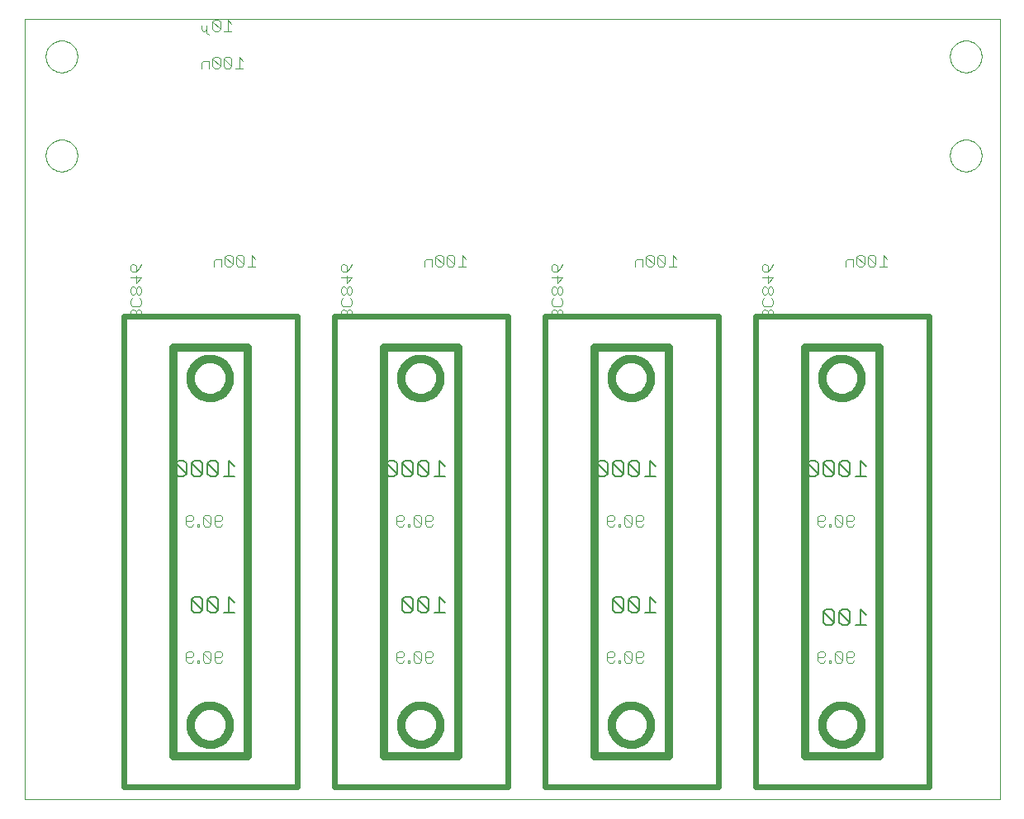
<source format=gbo>
G75*
%MOIN*%
%OFA0B0*%
%FSLAX24Y24*%
%IPPOS*%
%LPD*%
%AMOC8*
5,1,8,0,0,1.08239X$1,22.5*
%
%ADD10C,0.0000*%
%ADD11C,0.0240*%
%ADD12C,0.0320*%
%ADD13C,0.0060*%
%ADD14C,0.0040*%
D10*
X001704Y000220D02*
X001704Y031716D01*
X041074Y031716D01*
X041074Y000220D01*
X001704Y000220D01*
X002564Y026220D02*
X002566Y026270D01*
X002572Y026320D01*
X002582Y026369D01*
X002595Y026418D01*
X002613Y026465D01*
X002634Y026511D01*
X002658Y026554D01*
X002686Y026596D01*
X002717Y026636D01*
X002751Y026673D01*
X002788Y026707D01*
X002828Y026738D01*
X002870Y026766D01*
X002913Y026790D01*
X002959Y026811D01*
X003006Y026829D01*
X003055Y026842D01*
X003104Y026852D01*
X003154Y026858D01*
X003204Y026860D01*
X003254Y026858D01*
X003304Y026852D01*
X003353Y026842D01*
X003402Y026829D01*
X003449Y026811D01*
X003495Y026790D01*
X003538Y026766D01*
X003580Y026738D01*
X003620Y026707D01*
X003657Y026673D01*
X003691Y026636D01*
X003722Y026596D01*
X003750Y026554D01*
X003774Y026511D01*
X003795Y026465D01*
X003813Y026418D01*
X003826Y026369D01*
X003836Y026320D01*
X003842Y026270D01*
X003844Y026220D01*
X003842Y026170D01*
X003836Y026120D01*
X003826Y026071D01*
X003813Y026022D01*
X003795Y025975D01*
X003774Y025929D01*
X003750Y025886D01*
X003722Y025844D01*
X003691Y025804D01*
X003657Y025767D01*
X003620Y025733D01*
X003580Y025702D01*
X003538Y025674D01*
X003495Y025650D01*
X003449Y025629D01*
X003402Y025611D01*
X003353Y025598D01*
X003304Y025588D01*
X003254Y025582D01*
X003204Y025580D01*
X003154Y025582D01*
X003104Y025588D01*
X003055Y025598D01*
X003006Y025611D01*
X002959Y025629D01*
X002913Y025650D01*
X002870Y025674D01*
X002828Y025702D01*
X002788Y025733D01*
X002751Y025767D01*
X002717Y025804D01*
X002686Y025844D01*
X002658Y025886D01*
X002634Y025929D01*
X002613Y025975D01*
X002595Y026022D01*
X002582Y026071D01*
X002572Y026120D01*
X002566Y026170D01*
X002564Y026220D01*
X002564Y030220D02*
X002566Y030270D01*
X002572Y030320D01*
X002582Y030369D01*
X002595Y030418D01*
X002613Y030465D01*
X002634Y030511D01*
X002658Y030554D01*
X002686Y030596D01*
X002717Y030636D01*
X002751Y030673D01*
X002788Y030707D01*
X002828Y030738D01*
X002870Y030766D01*
X002913Y030790D01*
X002959Y030811D01*
X003006Y030829D01*
X003055Y030842D01*
X003104Y030852D01*
X003154Y030858D01*
X003204Y030860D01*
X003254Y030858D01*
X003304Y030852D01*
X003353Y030842D01*
X003402Y030829D01*
X003449Y030811D01*
X003495Y030790D01*
X003538Y030766D01*
X003580Y030738D01*
X003620Y030707D01*
X003657Y030673D01*
X003691Y030636D01*
X003722Y030596D01*
X003750Y030554D01*
X003774Y030511D01*
X003795Y030465D01*
X003813Y030418D01*
X003826Y030369D01*
X003836Y030320D01*
X003842Y030270D01*
X003844Y030220D01*
X003842Y030170D01*
X003836Y030120D01*
X003826Y030071D01*
X003813Y030022D01*
X003795Y029975D01*
X003774Y029929D01*
X003750Y029886D01*
X003722Y029844D01*
X003691Y029804D01*
X003657Y029767D01*
X003620Y029733D01*
X003580Y029702D01*
X003538Y029674D01*
X003495Y029650D01*
X003449Y029629D01*
X003402Y029611D01*
X003353Y029598D01*
X003304Y029588D01*
X003254Y029582D01*
X003204Y029580D01*
X003154Y029582D01*
X003104Y029588D01*
X003055Y029598D01*
X003006Y029611D01*
X002959Y029629D01*
X002913Y029650D01*
X002870Y029674D01*
X002828Y029702D01*
X002788Y029733D01*
X002751Y029767D01*
X002717Y029804D01*
X002686Y029844D01*
X002658Y029886D01*
X002634Y029929D01*
X002613Y029975D01*
X002595Y030022D01*
X002582Y030071D01*
X002572Y030120D01*
X002566Y030170D01*
X002564Y030220D01*
X039064Y030220D02*
X039066Y030270D01*
X039072Y030320D01*
X039082Y030369D01*
X039095Y030418D01*
X039113Y030465D01*
X039134Y030511D01*
X039158Y030554D01*
X039186Y030596D01*
X039217Y030636D01*
X039251Y030673D01*
X039288Y030707D01*
X039328Y030738D01*
X039370Y030766D01*
X039413Y030790D01*
X039459Y030811D01*
X039506Y030829D01*
X039555Y030842D01*
X039604Y030852D01*
X039654Y030858D01*
X039704Y030860D01*
X039754Y030858D01*
X039804Y030852D01*
X039853Y030842D01*
X039902Y030829D01*
X039949Y030811D01*
X039995Y030790D01*
X040038Y030766D01*
X040080Y030738D01*
X040120Y030707D01*
X040157Y030673D01*
X040191Y030636D01*
X040222Y030596D01*
X040250Y030554D01*
X040274Y030511D01*
X040295Y030465D01*
X040313Y030418D01*
X040326Y030369D01*
X040336Y030320D01*
X040342Y030270D01*
X040344Y030220D01*
X040342Y030170D01*
X040336Y030120D01*
X040326Y030071D01*
X040313Y030022D01*
X040295Y029975D01*
X040274Y029929D01*
X040250Y029886D01*
X040222Y029844D01*
X040191Y029804D01*
X040157Y029767D01*
X040120Y029733D01*
X040080Y029702D01*
X040038Y029674D01*
X039995Y029650D01*
X039949Y029629D01*
X039902Y029611D01*
X039853Y029598D01*
X039804Y029588D01*
X039754Y029582D01*
X039704Y029580D01*
X039654Y029582D01*
X039604Y029588D01*
X039555Y029598D01*
X039506Y029611D01*
X039459Y029629D01*
X039413Y029650D01*
X039370Y029674D01*
X039328Y029702D01*
X039288Y029733D01*
X039251Y029767D01*
X039217Y029804D01*
X039186Y029844D01*
X039158Y029886D01*
X039134Y029929D01*
X039113Y029975D01*
X039095Y030022D01*
X039082Y030071D01*
X039072Y030120D01*
X039066Y030170D01*
X039064Y030220D01*
X039064Y026220D02*
X039066Y026270D01*
X039072Y026320D01*
X039082Y026369D01*
X039095Y026418D01*
X039113Y026465D01*
X039134Y026511D01*
X039158Y026554D01*
X039186Y026596D01*
X039217Y026636D01*
X039251Y026673D01*
X039288Y026707D01*
X039328Y026738D01*
X039370Y026766D01*
X039413Y026790D01*
X039459Y026811D01*
X039506Y026829D01*
X039555Y026842D01*
X039604Y026852D01*
X039654Y026858D01*
X039704Y026860D01*
X039754Y026858D01*
X039804Y026852D01*
X039853Y026842D01*
X039902Y026829D01*
X039949Y026811D01*
X039995Y026790D01*
X040038Y026766D01*
X040080Y026738D01*
X040120Y026707D01*
X040157Y026673D01*
X040191Y026636D01*
X040222Y026596D01*
X040250Y026554D01*
X040274Y026511D01*
X040295Y026465D01*
X040313Y026418D01*
X040326Y026369D01*
X040336Y026320D01*
X040342Y026270D01*
X040344Y026220D01*
X040342Y026170D01*
X040336Y026120D01*
X040326Y026071D01*
X040313Y026022D01*
X040295Y025975D01*
X040274Y025929D01*
X040250Y025886D01*
X040222Y025844D01*
X040191Y025804D01*
X040157Y025767D01*
X040120Y025733D01*
X040080Y025702D01*
X040038Y025674D01*
X039995Y025650D01*
X039949Y025629D01*
X039902Y025611D01*
X039853Y025598D01*
X039804Y025588D01*
X039754Y025582D01*
X039704Y025580D01*
X039654Y025582D01*
X039604Y025588D01*
X039555Y025598D01*
X039506Y025611D01*
X039459Y025629D01*
X039413Y025650D01*
X039370Y025674D01*
X039328Y025702D01*
X039288Y025733D01*
X039251Y025767D01*
X039217Y025804D01*
X039186Y025844D01*
X039158Y025886D01*
X039134Y025929D01*
X039113Y025975D01*
X039095Y026022D01*
X039082Y026071D01*
X039072Y026120D01*
X039066Y026170D01*
X039064Y026220D01*
D11*
X038204Y019720D02*
X031204Y019720D01*
X031204Y000720D01*
X038204Y000720D01*
X038204Y019720D01*
X029704Y019720D02*
X029704Y000720D01*
X022704Y000720D01*
X022704Y019720D01*
X029704Y019720D01*
X021204Y019720D02*
X021204Y000720D01*
X014204Y000720D01*
X014204Y019720D01*
X021204Y019720D01*
X012704Y019720D02*
X012704Y000720D01*
X005704Y000720D01*
X005704Y019720D01*
X012704Y019720D01*
D12*
X010704Y018470D02*
X010704Y001970D01*
X007704Y001970D01*
X007704Y018470D01*
X010704Y018470D01*
X008414Y017220D02*
X008416Y017276D01*
X008422Y017331D01*
X008432Y017386D01*
X008445Y017440D01*
X008463Y017493D01*
X008484Y017545D01*
X008509Y017595D01*
X008537Y017643D01*
X008568Y017689D01*
X008603Y017733D01*
X008640Y017774D01*
X008681Y017812D01*
X008724Y017847D01*
X008769Y017880D01*
X008817Y017909D01*
X008867Y017934D01*
X008918Y017956D01*
X008971Y017975D01*
X009024Y017989D01*
X009079Y018000D01*
X009134Y018007D01*
X009190Y018010D01*
X009246Y018009D01*
X009301Y018004D01*
X009356Y017995D01*
X009411Y017982D01*
X009464Y017966D01*
X009516Y017946D01*
X009566Y017922D01*
X009615Y017895D01*
X009662Y017864D01*
X009706Y017830D01*
X009748Y017793D01*
X009787Y017753D01*
X009823Y017711D01*
X009856Y017666D01*
X009886Y017619D01*
X009912Y017570D01*
X009935Y017519D01*
X009954Y017467D01*
X009970Y017413D01*
X009982Y017359D01*
X009990Y017304D01*
X009994Y017248D01*
X009994Y017192D01*
X009990Y017136D01*
X009982Y017081D01*
X009970Y017027D01*
X009954Y016973D01*
X009935Y016921D01*
X009912Y016870D01*
X009886Y016821D01*
X009856Y016774D01*
X009823Y016729D01*
X009787Y016687D01*
X009748Y016647D01*
X009706Y016610D01*
X009662Y016576D01*
X009615Y016545D01*
X009566Y016518D01*
X009516Y016494D01*
X009464Y016474D01*
X009411Y016458D01*
X009356Y016445D01*
X009301Y016436D01*
X009246Y016431D01*
X009190Y016430D01*
X009134Y016433D01*
X009079Y016440D01*
X009024Y016451D01*
X008971Y016465D01*
X008918Y016484D01*
X008867Y016506D01*
X008817Y016531D01*
X008769Y016560D01*
X008724Y016593D01*
X008681Y016628D01*
X008640Y016666D01*
X008603Y016707D01*
X008568Y016751D01*
X008537Y016797D01*
X008509Y016845D01*
X008484Y016895D01*
X008463Y016947D01*
X008445Y017000D01*
X008432Y017054D01*
X008422Y017109D01*
X008416Y017164D01*
X008414Y017220D01*
X016204Y018470D02*
X019204Y018470D01*
X019204Y001970D01*
X016204Y001970D01*
X016204Y018470D01*
X016914Y017220D02*
X016916Y017276D01*
X016922Y017331D01*
X016932Y017386D01*
X016945Y017440D01*
X016963Y017493D01*
X016984Y017545D01*
X017009Y017595D01*
X017037Y017643D01*
X017068Y017689D01*
X017103Y017733D01*
X017140Y017774D01*
X017181Y017812D01*
X017224Y017847D01*
X017269Y017880D01*
X017317Y017909D01*
X017367Y017934D01*
X017418Y017956D01*
X017471Y017975D01*
X017524Y017989D01*
X017579Y018000D01*
X017634Y018007D01*
X017690Y018010D01*
X017746Y018009D01*
X017801Y018004D01*
X017856Y017995D01*
X017911Y017982D01*
X017964Y017966D01*
X018016Y017946D01*
X018066Y017922D01*
X018115Y017895D01*
X018162Y017864D01*
X018206Y017830D01*
X018248Y017793D01*
X018287Y017753D01*
X018323Y017711D01*
X018356Y017666D01*
X018386Y017619D01*
X018412Y017570D01*
X018435Y017519D01*
X018454Y017467D01*
X018470Y017413D01*
X018482Y017359D01*
X018490Y017304D01*
X018494Y017248D01*
X018494Y017192D01*
X018490Y017136D01*
X018482Y017081D01*
X018470Y017027D01*
X018454Y016973D01*
X018435Y016921D01*
X018412Y016870D01*
X018386Y016821D01*
X018356Y016774D01*
X018323Y016729D01*
X018287Y016687D01*
X018248Y016647D01*
X018206Y016610D01*
X018162Y016576D01*
X018115Y016545D01*
X018066Y016518D01*
X018016Y016494D01*
X017964Y016474D01*
X017911Y016458D01*
X017856Y016445D01*
X017801Y016436D01*
X017746Y016431D01*
X017690Y016430D01*
X017634Y016433D01*
X017579Y016440D01*
X017524Y016451D01*
X017471Y016465D01*
X017418Y016484D01*
X017367Y016506D01*
X017317Y016531D01*
X017269Y016560D01*
X017224Y016593D01*
X017181Y016628D01*
X017140Y016666D01*
X017103Y016707D01*
X017068Y016751D01*
X017037Y016797D01*
X017009Y016845D01*
X016984Y016895D01*
X016963Y016947D01*
X016945Y017000D01*
X016932Y017054D01*
X016922Y017109D01*
X016916Y017164D01*
X016914Y017220D01*
X024704Y018470D02*
X024704Y001970D01*
X027704Y001970D01*
X027704Y018470D01*
X024704Y018470D01*
X025414Y017220D02*
X025416Y017276D01*
X025422Y017331D01*
X025432Y017386D01*
X025445Y017440D01*
X025463Y017493D01*
X025484Y017545D01*
X025509Y017595D01*
X025537Y017643D01*
X025568Y017689D01*
X025603Y017733D01*
X025640Y017774D01*
X025681Y017812D01*
X025724Y017847D01*
X025769Y017880D01*
X025817Y017909D01*
X025867Y017934D01*
X025918Y017956D01*
X025971Y017975D01*
X026024Y017989D01*
X026079Y018000D01*
X026134Y018007D01*
X026190Y018010D01*
X026246Y018009D01*
X026301Y018004D01*
X026356Y017995D01*
X026411Y017982D01*
X026464Y017966D01*
X026516Y017946D01*
X026566Y017922D01*
X026615Y017895D01*
X026662Y017864D01*
X026706Y017830D01*
X026748Y017793D01*
X026787Y017753D01*
X026823Y017711D01*
X026856Y017666D01*
X026886Y017619D01*
X026912Y017570D01*
X026935Y017519D01*
X026954Y017467D01*
X026970Y017413D01*
X026982Y017359D01*
X026990Y017304D01*
X026994Y017248D01*
X026994Y017192D01*
X026990Y017136D01*
X026982Y017081D01*
X026970Y017027D01*
X026954Y016973D01*
X026935Y016921D01*
X026912Y016870D01*
X026886Y016821D01*
X026856Y016774D01*
X026823Y016729D01*
X026787Y016687D01*
X026748Y016647D01*
X026706Y016610D01*
X026662Y016576D01*
X026615Y016545D01*
X026566Y016518D01*
X026516Y016494D01*
X026464Y016474D01*
X026411Y016458D01*
X026356Y016445D01*
X026301Y016436D01*
X026246Y016431D01*
X026190Y016430D01*
X026134Y016433D01*
X026079Y016440D01*
X026024Y016451D01*
X025971Y016465D01*
X025918Y016484D01*
X025867Y016506D01*
X025817Y016531D01*
X025769Y016560D01*
X025724Y016593D01*
X025681Y016628D01*
X025640Y016666D01*
X025603Y016707D01*
X025568Y016751D01*
X025537Y016797D01*
X025509Y016845D01*
X025484Y016895D01*
X025463Y016947D01*
X025445Y017000D01*
X025432Y017054D01*
X025422Y017109D01*
X025416Y017164D01*
X025414Y017220D01*
X033204Y018470D02*
X036204Y018470D01*
X036204Y001970D01*
X033204Y001970D01*
X033204Y018470D01*
X033914Y017220D02*
X033916Y017276D01*
X033922Y017331D01*
X033932Y017386D01*
X033945Y017440D01*
X033963Y017493D01*
X033984Y017545D01*
X034009Y017595D01*
X034037Y017643D01*
X034068Y017689D01*
X034103Y017733D01*
X034140Y017774D01*
X034181Y017812D01*
X034224Y017847D01*
X034269Y017880D01*
X034317Y017909D01*
X034367Y017934D01*
X034418Y017956D01*
X034471Y017975D01*
X034524Y017989D01*
X034579Y018000D01*
X034634Y018007D01*
X034690Y018010D01*
X034746Y018009D01*
X034801Y018004D01*
X034856Y017995D01*
X034911Y017982D01*
X034964Y017966D01*
X035016Y017946D01*
X035066Y017922D01*
X035115Y017895D01*
X035162Y017864D01*
X035206Y017830D01*
X035248Y017793D01*
X035287Y017753D01*
X035323Y017711D01*
X035356Y017666D01*
X035386Y017619D01*
X035412Y017570D01*
X035435Y017519D01*
X035454Y017467D01*
X035470Y017413D01*
X035482Y017359D01*
X035490Y017304D01*
X035494Y017248D01*
X035494Y017192D01*
X035490Y017136D01*
X035482Y017081D01*
X035470Y017027D01*
X035454Y016973D01*
X035435Y016921D01*
X035412Y016870D01*
X035386Y016821D01*
X035356Y016774D01*
X035323Y016729D01*
X035287Y016687D01*
X035248Y016647D01*
X035206Y016610D01*
X035162Y016576D01*
X035115Y016545D01*
X035066Y016518D01*
X035016Y016494D01*
X034964Y016474D01*
X034911Y016458D01*
X034856Y016445D01*
X034801Y016436D01*
X034746Y016431D01*
X034690Y016430D01*
X034634Y016433D01*
X034579Y016440D01*
X034524Y016451D01*
X034471Y016465D01*
X034418Y016484D01*
X034367Y016506D01*
X034317Y016531D01*
X034269Y016560D01*
X034224Y016593D01*
X034181Y016628D01*
X034140Y016666D01*
X034103Y016707D01*
X034068Y016751D01*
X034037Y016797D01*
X034009Y016845D01*
X033984Y016895D01*
X033963Y016947D01*
X033945Y017000D01*
X033932Y017054D01*
X033922Y017109D01*
X033916Y017164D01*
X033914Y017220D01*
X033914Y003220D02*
X033916Y003276D01*
X033922Y003331D01*
X033932Y003386D01*
X033945Y003440D01*
X033963Y003493D01*
X033984Y003545D01*
X034009Y003595D01*
X034037Y003643D01*
X034068Y003689D01*
X034103Y003733D01*
X034140Y003774D01*
X034181Y003812D01*
X034224Y003847D01*
X034269Y003880D01*
X034317Y003909D01*
X034367Y003934D01*
X034418Y003956D01*
X034471Y003975D01*
X034524Y003989D01*
X034579Y004000D01*
X034634Y004007D01*
X034690Y004010D01*
X034746Y004009D01*
X034801Y004004D01*
X034856Y003995D01*
X034911Y003982D01*
X034964Y003966D01*
X035016Y003946D01*
X035066Y003922D01*
X035115Y003895D01*
X035162Y003864D01*
X035206Y003830D01*
X035248Y003793D01*
X035287Y003753D01*
X035323Y003711D01*
X035356Y003666D01*
X035386Y003619D01*
X035412Y003570D01*
X035435Y003519D01*
X035454Y003467D01*
X035470Y003413D01*
X035482Y003359D01*
X035490Y003304D01*
X035494Y003248D01*
X035494Y003192D01*
X035490Y003136D01*
X035482Y003081D01*
X035470Y003027D01*
X035454Y002973D01*
X035435Y002921D01*
X035412Y002870D01*
X035386Y002821D01*
X035356Y002774D01*
X035323Y002729D01*
X035287Y002687D01*
X035248Y002647D01*
X035206Y002610D01*
X035162Y002576D01*
X035115Y002545D01*
X035066Y002518D01*
X035016Y002494D01*
X034964Y002474D01*
X034911Y002458D01*
X034856Y002445D01*
X034801Y002436D01*
X034746Y002431D01*
X034690Y002430D01*
X034634Y002433D01*
X034579Y002440D01*
X034524Y002451D01*
X034471Y002465D01*
X034418Y002484D01*
X034367Y002506D01*
X034317Y002531D01*
X034269Y002560D01*
X034224Y002593D01*
X034181Y002628D01*
X034140Y002666D01*
X034103Y002707D01*
X034068Y002751D01*
X034037Y002797D01*
X034009Y002845D01*
X033984Y002895D01*
X033963Y002947D01*
X033945Y003000D01*
X033932Y003054D01*
X033922Y003109D01*
X033916Y003164D01*
X033914Y003220D01*
X025414Y003220D02*
X025416Y003276D01*
X025422Y003331D01*
X025432Y003386D01*
X025445Y003440D01*
X025463Y003493D01*
X025484Y003545D01*
X025509Y003595D01*
X025537Y003643D01*
X025568Y003689D01*
X025603Y003733D01*
X025640Y003774D01*
X025681Y003812D01*
X025724Y003847D01*
X025769Y003880D01*
X025817Y003909D01*
X025867Y003934D01*
X025918Y003956D01*
X025971Y003975D01*
X026024Y003989D01*
X026079Y004000D01*
X026134Y004007D01*
X026190Y004010D01*
X026246Y004009D01*
X026301Y004004D01*
X026356Y003995D01*
X026411Y003982D01*
X026464Y003966D01*
X026516Y003946D01*
X026566Y003922D01*
X026615Y003895D01*
X026662Y003864D01*
X026706Y003830D01*
X026748Y003793D01*
X026787Y003753D01*
X026823Y003711D01*
X026856Y003666D01*
X026886Y003619D01*
X026912Y003570D01*
X026935Y003519D01*
X026954Y003467D01*
X026970Y003413D01*
X026982Y003359D01*
X026990Y003304D01*
X026994Y003248D01*
X026994Y003192D01*
X026990Y003136D01*
X026982Y003081D01*
X026970Y003027D01*
X026954Y002973D01*
X026935Y002921D01*
X026912Y002870D01*
X026886Y002821D01*
X026856Y002774D01*
X026823Y002729D01*
X026787Y002687D01*
X026748Y002647D01*
X026706Y002610D01*
X026662Y002576D01*
X026615Y002545D01*
X026566Y002518D01*
X026516Y002494D01*
X026464Y002474D01*
X026411Y002458D01*
X026356Y002445D01*
X026301Y002436D01*
X026246Y002431D01*
X026190Y002430D01*
X026134Y002433D01*
X026079Y002440D01*
X026024Y002451D01*
X025971Y002465D01*
X025918Y002484D01*
X025867Y002506D01*
X025817Y002531D01*
X025769Y002560D01*
X025724Y002593D01*
X025681Y002628D01*
X025640Y002666D01*
X025603Y002707D01*
X025568Y002751D01*
X025537Y002797D01*
X025509Y002845D01*
X025484Y002895D01*
X025463Y002947D01*
X025445Y003000D01*
X025432Y003054D01*
X025422Y003109D01*
X025416Y003164D01*
X025414Y003220D01*
X016914Y003220D02*
X016916Y003276D01*
X016922Y003331D01*
X016932Y003386D01*
X016945Y003440D01*
X016963Y003493D01*
X016984Y003545D01*
X017009Y003595D01*
X017037Y003643D01*
X017068Y003689D01*
X017103Y003733D01*
X017140Y003774D01*
X017181Y003812D01*
X017224Y003847D01*
X017269Y003880D01*
X017317Y003909D01*
X017367Y003934D01*
X017418Y003956D01*
X017471Y003975D01*
X017524Y003989D01*
X017579Y004000D01*
X017634Y004007D01*
X017690Y004010D01*
X017746Y004009D01*
X017801Y004004D01*
X017856Y003995D01*
X017911Y003982D01*
X017964Y003966D01*
X018016Y003946D01*
X018066Y003922D01*
X018115Y003895D01*
X018162Y003864D01*
X018206Y003830D01*
X018248Y003793D01*
X018287Y003753D01*
X018323Y003711D01*
X018356Y003666D01*
X018386Y003619D01*
X018412Y003570D01*
X018435Y003519D01*
X018454Y003467D01*
X018470Y003413D01*
X018482Y003359D01*
X018490Y003304D01*
X018494Y003248D01*
X018494Y003192D01*
X018490Y003136D01*
X018482Y003081D01*
X018470Y003027D01*
X018454Y002973D01*
X018435Y002921D01*
X018412Y002870D01*
X018386Y002821D01*
X018356Y002774D01*
X018323Y002729D01*
X018287Y002687D01*
X018248Y002647D01*
X018206Y002610D01*
X018162Y002576D01*
X018115Y002545D01*
X018066Y002518D01*
X018016Y002494D01*
X017964Y002474D01*
X017911Y002458D01*
X017856Y002445D01*
X017801Y002436D01*
X017746Y002431D01*
X017690Y002430D01*
X017634Y002433D01*
X017579Y002440D01*
X017524Y002451D01*
X017471Y002465D01*
X017418Y002484D01*
X017367Y002506D01*
X017317Y002531D01*
X017269Y002560D01*
X017224Y002593D01*
X017181Y002628D01*
X017140Y002666D01*
X017103Y002707D01*
X017068Y002751D01*
X017037Y002797D01*
X017009Y002845D01*
X016984Y002895D01*
X016963Y002947D01*
X016945Y003000D01*
X016932Y003054D01*
X016922Y003109D01*
X016916Y003164D01*
X016914Y003220D01*
X008414Y003220D02*
X008416Y003276D01*
X008422Y003331D01*
X008432Y003386D01*
X008445Y003440D01*
X008463Y003493D01*
X008484Y003545D01*
X008509Y003595D01*
X008537Y003643D01*
X008568Y003689D01*
X008603Y003733D01*
X008640Y003774D01*
X008681Y003812D01*
X008724Y003847D01*
X008769Y003880D01*
X008817Y003909D01*
X008867Y003934D01*
X008918Y003956D01*
X008971Y003975D01*
X009024Y003989D01*
X009079Y004000D01*
X009134Y004007D01*
X009190Y004010D01*
X009246Y004009D01*
X009301Y004004D01*
X009356Y003995D01*
X009411Y003982D01*
X009464Y003966D01*
X009516Y003946D01*
X009566Y003922D01*
X009615Y003895D01*
X009662Y003864D01*
X009706Y003830D01*
X009748Y003793D01*
X009787Y003753D01*
X009823Y003711D01*
X009856Y003666D01*
X009886Y003619D01*
X009912Y003570D01*
X009935Y003519D01*
X009954Y003467D01*
X009970Y003413D01*
X009982Y003359D01*
X009990Y003304D01*
X009994Y003248D01*
X009994Y003192D01*
X009990Y003136D01*
X009982Y003081D01*
X009970Y003027D01*
X009954Y002973D01*
X009935Y002921D01*
X009912Y002870D01*
X009886Y002821D01*
X009856Y002774D01*
X009823Y002729D01*
X009787Y002687D01*
X009748Y002647D01*
X009706Y002610D01*
X009662Y002576D01*
X009615Y002545D01*
X009566Y002518D01*
X009516Y002494D01*
X009464Y002474D01*
X009411Y002458D01*
X009356Y002445D01*
X009301Y002436D01*
X009246Y002431D01*
X009190Y002430D01*
X009134Y002433D01*
X009079Y002440D01*
X009024Y002451D01*
X008971Y002465D01*
X008918Y002484D01*
X008867Y002506D01*
X008817Y002531D01*
X008769Y002560D01*
X008724Y002593D01*
X008681Y002628D01*
X008640Y002666D01*
X008603Y002707D01*
X008568Y002751D01*
X008537Y002797D01*
X008509Y002845D01*
X008484Y002895D01*
X008463Y002947D01*
X008445Y003000D01*
X008432Y003054D01*
X008422Y003109D01*
X008416Y003164D01*
X008414Y003220D01*
D13*
X008564Y007750D02*
X008778Y007750D01*
X008885Y007857D01*
X008458Y008284D01*
X008458Y007857D01*
X008564Y007750D01*
X008885Y007857D02*
X008885Y008284D01*
X008778Y008391D01*
X008564Y008391D01*
X008458Y008284D01*
X009102Y008284D02*
X009102Y007857D01*
X009209Y007750D01*
X009422Y007750D01*
X009529Y007857D01*
X009102Y008284D01*
X009209Y008391D01*
X009422Y008391D01*
X009529Y008284D01*
X009529Y007857D01*
X009747Y007750D02*
X010174Y007750D01*
X009960Y007750D02*
X009960Y008391D01*
X010174Y008177D01*
X010174Y013250D02*
X009747Y013250D01*
X009960Y013250D02*
X009960Y013891D01*
X010174Y013677D01*
X009529Y013784D02*
X009529Y013357D01*
X009102Y013784D01*
X009102Y013357D01*
X009209Y013250D01*
X009422Y013250D01*
X009529Y013357D01*
X009529Y013784D02*
X009422Y013891D01*
X009209Y013891D01*
X009102Y013784D01*
X008885Y013784D02*
X008778Y013891D01*
X008564Y013891D01*
X008458Y013784D01*
X008885Y013357D01*
X008778Y013250D01*
X008564Y013250D01*
X008458Y013357D01*
X008458Y013784D01*
X008240Y013784D02*
X008133Y013891D01*
X007920Y013891D01*
X007813Y013784D01*
X008240Y013357D01*
X008133Y013250D01*
X007920Y013250D01*
X007813Y013357D01*
X007813Y013784D01*
X008240Y013784D02*
X008240Y013357D01*
X008885Y013357D02*
X008885Y013784D01*
X016313Y013784D02*
X016313Y013357D01*
X016420Y013250D01*
X016633Y013250D01*
X016740Y013357D01*
X016313Y013784D01*
X016420Y013891D01*
X016633Y013891D01*
X016740Y013784D01*
X016740Y013357D01*
X016958Y013357D02*
X017064Y013250D01*
X017278Y013250D01*
X017385Y013357D01*
X016958Y013784D01*
X016958Y013357D01*
X017385Y013357D02*
X017385Y013784D01*
X017278Y013891D01*
X017064Y013891D01*
X016958Y013784D01*
X017602Y013784D02*
X017602Y013357D01*
X017709Y013250D01*
X017922Y013250D01*
X018029Y013357D01*
X017602Y013784D01*
X017709Y013891D01*
X017922Y013891D01*
X018029Y013784D01*
X018029Y013357D01*
X018247Y013250D02*
X018674Y013250D01*
X018460Y013250D02*
X018460Y013891D01*
X018674Y013677D01*
X024813Y013784D02*
X024813Y013357D01*
X024920Y013250D01*
X025133Y013250D01*
X025240Y013357D01*
X024813Y013784D01*
X024920Y013891D01*
X025133Y013891D01*
X025240Y013784D01*
X025240Y013357D01*
X025458Y013357D02*
X025564Y013250D01*
X025778Y013250D01*
X025885Y013357D01*
X025458Y013784D01*
X025458Y013357D01*
X025885Y013357D02*
X025885Y013784D01*
X025778Y013891D01*
X025564Y013891D01*
X025458Y013784D01*
X026102Y013784D02*
X026529Y013357D01*
X026422Y013250D01*
X026209Y013250D01*
X026102Y013357D01*
X026102Y013784D01*
X026209Y013891D01*
X026422Y013891D01*
X026529Y013784D01*
X026529Y013357D01*
X026747Y013250D02*
X027174Y013250D01*
X026960Y013250D02*
X026960Y013891D01*
X027174Y013677D01*
X033313Y013784D02*
X033313Y013357D01*
X033420Y013250D01*
X033633Y013250D01*
X033740Y013357D01*
X033313Y013784D01*
X033420Y013891D01*
X033633Y013891D01*
X033740Y013784D01*
X033740Y013357D01*
X033958Y013357D02*
X034064Y013250D01*
X034278Y013250D01*
X034385Y013357D01*
X033958Y013784D01*
X033958Y013357D01*
X034385Y013357D02*
X034385Y013784D01*
X034278Y013891D01*
X034064Y013891D01*
X033958Y013784D01*
X034602Y013784D02*
X035029Y013357D01*
X034922Y013250D01*
X034709Y013250D01*
X034602Y013357D01*
X034602Y013784D01*
X034709Y013891D01*
X034922Y013891D01*
X035029Y013784D01*
X035029Y013357D01*
X035247Y013250D02*
X035674Y013250D01*
X035460Y013250D02*
X035460Y013891D01*
X035674Y013677D01*
X035460Y007891D02*
X035460Y007250D01*
X035247Y007250D02*
X035674Y007250D01*
X035674Y007677D02*
X035460Y007891D01*
X035029Y007784D02*
X034922Y007891D01*
X034709Y007891D01*
X034602Y007784D01*
X035029Y007357D01*
X034922Y007250D01*
X034709Y007250D01*
X034602Y007357D01*
X034602Y007784D01*
X034385Y007784D02*
X034278Y007891D01*
X034064Y007891D01*
X033958Y007784D01*
X034385Y007357D01*
X034278Y007250D01*
X034064Y007250D01*
X033958Y007357D01*
X033958Y007784D01*
X034385Y007784D02*
X034385Y007357D01*
X035029Y007357D02*
X035029Y007784D01*
X027174Y007750D02*
X026747Y007750D01*
X026960Y007750D02*
X026960Y008391D01*
X027174Y008177D01*
X026529Y008284D02*
X026529Y007857D01*
X026102Y008284D01*
X026102Y007857D01*
X026209Y007750D01*
X026422Y007750D01*
X026529Y007857D01*
X026529Y008284D02*
X026422Y008391D01*
X026209Y008391D01*
X026102Y008284D01*
X025885Y008284D02*
X025778Y008391D01*
X025564Y008391D01*
X025458Y008284D01*
X025885Y007857D01*
X025778Y007750D01*
X025564Y007750D01*
X025458Y007857D01*
X025458Y008284D01*
X025885Y008284D02*
X025885Y007857D01*
X018674Y007750D02*
X018247Y007750D01*
X018460Y007750D02*
X018460Y008391D01*
X018674Y008177D01*
X018029Y008284D02*
X018029Y007857D01*
X017602Y008284D01*
X017602Y007857D01*
X017709Y007750D01*
X017922Y007750D01*
X018029Y007857D01*
X018029Y008284D02*
X017922Y008391D01*
X017709Y008391D01*
X017602Y008284D01*
X017385Y008284D02*
X017385Y007857D01*
X016958Y008284D01*
X016958Y007857D01*
X017064Y007750D01*
X017278Y007750D01*
X017385Y007857D01*
X017385Y008284D02*
X017278Y008391D01*
X017064Y008391D01*
X016958Y008284D01*
D14*
X016956Y006200D02*
X017033Y006124D01*
X017033Y006047D01*
X016956Y005970D01*
X016726Y005970D01*
X016726Y005817D02*
X016726Y006124D01*
X016803Y006200D01*
X016956Y006200D01*
X017033Y005817D02*
X016956Y005740D01*
X016803Y005740D01*
X016726Y005817D01*
X017186Y005817D02*
X017186Y005740D01*
X017263Y005740D01*
X017263Y005817D01*
X017186Y005817D01*
X017416Y005817D02*
X017493Y005740D01*
X017647Y005740D01*
X017723Y005817D01*
X017416Y006124D01*
X017416Y005817D01*
X017416Y006124D02*
X017493Y006200D01*
X017647Y006200D01*
X017723Y006124D01*
X017723Y005817D01*
X017877Y005817D02*
X017877Y006124D01*
X017954Y006200D01*
X018107Y006200D01*
X018184Y006124D01*
X018184Y006047D01*
X018107Y005970D01*
X017877Y005970D01*
X017877Y005817D02*
X017954Y005740D01*
X018107Y005740D01*
X018184Y005817D01*
X025226Y005817D02*
X025303Y005740D01*
X025456Y005740D01*
X025533Y005817D01*
X025686Y005817D02*
X025686Y005740D01*
X025763Y005740D01*
X025763Y005817D01*
X025686Y005817D01*
X025916Y005817D02*
X025993Y005740D01*
X026147Y005740D01*
X026223Y005817D01*
X025916Y006124D01*
X025916Y005817D01*
X025916Y006124D02*
X025993Y006200D01*
X026147Y006200D01*
X026223Y006124D01*
X026223Y005817D01*
X026377Y005817D02*
X026377Y006124D01*
X026454Y006200D01*
X026607Y006200D01*
X026684Y006124D01*
X026684Y006047D01*
X026607Y005970D01*
X026377Y005970D01*
X026377Y005817D02*
X026454Y005740D01*
X026607Y005740D01*
X026684Y005817D01*
X025533Y006047D02*
X025456Y005970D01*
X025226Y005970D01*
X025226Y005817D02*
X025226Y006124D01*
X025303Y006200D01*
X025456Y006200D01*
X025533Y006124D01*
X025533Y006047D01*
X025456Y011240D02*
X025303Y011240D01*
X025226Y011317D01*
X025226Y011624D01*
X025303Y011700D01*
X025456Y011700D01*
X025533Y011624D01*
X025533Y011547D01*
X025456Y011470D01*
X025226Y011470D01*
X025456Y011240D02*
X025533Y011317D01*
X025686Y011317D02*
X025686Y011240D01*
X025763Y011240D01*
X025763Y011317D01*
X025686Y011317D01*
X025916Y011317D02*
X025916Y011624D01*
X026223Y011317D01*
X026147Y011240D01*
X025993Y011240D01*
X025916Y011317D01*
X025916Y011624D02*
X025993Y011700D01*
X026147Y011700D01*
X026223Y011624D01*
X026223Y011317D01*
X026377Y011317D02*
X026377Y011624D01*
X026454Y011700D01*
X026607Y011700D01*
X026684Y011624D01*
X026684Y011547D01*
X026607Y011470D01*
X026377Y011470D01*
X026377Y011317D02*
X026454Y011240D01*
X026607Y011240D01*
X026684Y011317D01*
X033726Y011317D02*
X033726Y011624D01*
X033803Y011700D01*
X033956Y011700D01*
X034033Y011624D01*
X034033Y011547D01*
X033956Y011470D01*
X033726Y011470D01*
X033726Y011317D02*
X033803Y011240D01*
X033956Y011240D01*
X034033Y011317D01*
X034186Y011317D02*
X034186Y011240D01*
X034263Y011240D01*
X034263Y011317D01*
X034186Y011317D01*
X034416Y011317D02*
X034416Y011624D01*
X034723Y011317D01*
X034647Y011240D01*
X034493Y011240D01*
X034416Y011317D01*
X034416Y011624D02*
X034493Y011700D01*
X034647Y011700D01*
X034723Y011624D01*
X034723Y011317D01*
X034877Y011317D02*
X034877Y011624D01*
X034954Y011700D01*
X035107Y011700D01*
X035184Y011624D01*
X035184Y011547D01*
X035107Y011470D01*
X034877Y011470D01*
X034877Y011317D02*
X034954Y011240D01*
X035107Y011240D01*
X035184Y011317D01*
X035107Y006200D02*
X035184Y006124D01*
X035184Y006047D01*
X035107Y005970D01*
X034877Y005970D01*
X034877Y005817D02*
X034877Y006124D01*
X034954Y006200D01*
X035107Y006200D01*
X035184Y005817D02*
X035107Y005740D01*
X034954Y005740D01*
X034877Y005817D01*
X034723Y005817D02*
X034647Y005740D01*
X034493Y005740D01*
X034416Y005817D01*
X034416Y006124D01*
X034723Y005817D01*
X034723Y006124D01*
X034647Y006200D01*
X034493Y006200D01*
X034416Y006124D01*
X034263Y005817D02*
X034186Y005817D01*
X034186Y005740D01*
X034263Y005740D01*
X034263Y005817D01*
X034033Y005817D02*
X033956Y005740D01*
X033803Y005740D01*
X033726Y005817D01*
X033726Y006124D01*
X033803Y006200D01*
X033956Y006200D01*
X034033Y006124D01*
X034033Y006047D01*
X033956Y005970D01*
X033726Y005970D01*
X018184Y011317D02*
X018107Y011240D01*
X017954Y011240D01*
X017877Y011317D01*
X017877Y011624D01*
X017954Y011700D01*
X018107Y011700D01*
X018184Y011624D01*
X018184Y011547D01*
X018107Y011470D01*
X017877Y011470D01*
X017723Y011317D02*
X017416Y011624D01*
X017416Y011317D01*
X017493Y011240D01*
X017647Y011240D01*
X017723Y011317D01*
X017723Y011624D01*
X017647Y011700D01*
X017493Y011700D01*
X017416Y011624D01*
X017263Y011317D02*
X017186Y011317D01*
X017186Y011240D01*
X017263Y011240D01*
X017263Y011317D01*
X017033Y011317D02*
X016956Y011240D01*
X016803Y011240D01*
X016726Y011317D01*
X016726Y011624D01*
X016803Y011700D01*
X016956Y011700D01*
X017033Y011624D01*
X017033Y011547D01*
X016956Y011470D01*
X016726Y011470D01*
X009684Y011547D02*
X009607Y011470D01*
X009377Y011470D01*
X009377Y011317D02*
X009377Y011624D01*
X009454Y011700D01*
X009607Y011700D01*
X009684Y011624D01*
X009684Y011547D01*
X009684Y011317D02*
X009607Y011240D01*
X009454Y011240D01*
X009377Y011317D01*
X009223Y011317D02*
X008916Y011624D01*
X008916Y011317D01*
X008993Y011240D01*
X009147Y011240D01*
X009223Y011317D01*
X009223Y011624D01*
X009147Y011700D01*
X008993Y011700D01*
X008916Y011624D01*
X008763Y011317D02*
X008686Y011317D01*
X008686Y011240D01*
X008763Y011240D01*
X008763Y011317D01*
X008533Y011317D02*
X008456Y011240D01*
X008303Y011240D01*
X008226Y011317D01*
X008226Y011624D01*
X008303Y011700D01*
X008456Y011700D01*
X008533Y011624D01*
X008533Y011547D01*
X008456Y011470D01*
X008226Y011470D01*
X008303Y006200D02*
X008456Y006200D01*
X008533Y006124D01*
X008533Y006047D01*
X008456Y005970D01*
X008226Y005970D01*
X008226Y005817D02*
X008226Y006124D01*
X008303Y006200D01*
X008226Y005817D02*
X008303Y005740D01*
X008456Y005740D01*
X008533Y005817D01*
X008686Y005817D02*
X008686Y005740D01*
X008763Y005740D01*
X008763Y005817D01*
X008686Y005817D01*
X008916Y005817D02*
X008993Y005740D01*
X009147Y005740D01*
X009223Y005817D01*
X008916Y006124D01*
X008916Y005817D01*
X008916Y006124D02*
X008993Y006200D01*
X009147Y006200D01*
X009223Y006124D01*
X009223Y005817D01*
X009377Y005817D02*
X009377Y006124D01*
X009454Y006200D01*
X009607Y006200D01*
X009684Y006124D01*
X009684Y006047D01*
X009607Y005970D01*
X009377Y005970D01*
X009377Y005817D02*
X009454Y005740D01*
X009607Y005740D01*
X009684Y005817D01*
X006434Y019688D02*
X005974Y019688D01*
X005974Y019918D01*
X006051Y019995D01*
X006127Y019995D01*
X006204Y019918D01*
X006204Y019688D01*
X006434Y019688D02*
X006434Y019918D01*
X006357Y019995D01*
X006281Y019995D01*
X006204Y019918D01*
X006357Y020148D02*
X006051Y020148D01*
X005974Y020225D01*
X005974Y020379D01*
X006051Y020455D01*
X006051Y020609D02*
X005974Y020686D01*
X005974Y020839D01*
X006051Y020916D01*
X006127Y020916D01*
X006204Y020839D01*
X006204Y020686D01*
X006281Y020609D01*
X006357Y020609D01*
X006434Y020686D01*
X006434Y020839D01*
X006357Y020916D01*
X006281Y020916D01*
X006204Y020839D01*
X006204Y020686D02*
X006127Y020609D01*
X006051Y020609D01*
X006357Y020455D02*
X006434Y020379D01*
X006434Y020225D01*
X006357Y020148D01*
X006204Y021069D02*
X006204Y021376D01*
X006204Y021530D02*
X006204Y021760D01*
X006127Y021837D01*
X006051Y021837D01*
X005974Y021760D01*
X005974Y021606D01*
X006051Y021530D01*
X006204Y021530D01*
X006357Y021683D01*
X006434Y021837D01*
X006434Y021299D02*
X005974Y021299D01*
X006204Y021069D02*
X006434Y021299D01*
X009337Y021740D02*
X009337Y021970D01*
X009414Y022047D01*
X009644Y022047D01*
X009644Y021740D01*
X009798Y021817D02*
X009874Y021740D01*
X010028Y021740D01*
X010105Y021817D01*
X009798Y022124D01*
X009798Y021817D01*
X010105Y021817D02*
X010105Y022124D01*
X010028Y022200D01*
X009874Y022200D01*
X009798Y022124D01*
X010258Y022124D02*
X010258Y021817D01*
X010335Y021740D01*
X010488Y021740D01*
X010565Y021817D01*
X010258Y022124D01*
X010335Y022200D01*
X010488Y022200D01*
X010565Y022124D01*
X010565Y021817D01*
X010718Y021740D02*
X011025Y021740D01*
X010872Y021740D02*
X010872Y022200D01*
X011025Y022047D01*
X014474Y021760D02*
X014551Y021837D01*
X014627Y021837D01*
X014704Y021760D01*
X014704Y021530D01*
X014551Y021530D01*
X014474Y021606D01*
X014474Y021760D01*
X014704Y021530D02*
X014857Y021683D01*
X014934Y021837D01*
X014704Y021376D02*
X014704Y021069D01*
X014934Y021299D01*
X014474Y021299D01*
X014551Y020916D02*
X014474Y020839D01*
X014474Y020686D01*
X014551Y020609D01*
X014627Y020609D01*
X014704Y020686D01*
X014704Y020839D01*
X014627Y020916D01*
X014551Y020916D01*
X014704Y020839D02*
X014781Y020916D01*
X014857Y020916D01*
X014934Y020839D01*
X014934Y020686D01*
X014857Y020609D01*
X014781Y020609D01*
X014704Y020686D01*
X014857Y020455D02*
X014934Y020379D01*
X014934Y020225D01*
X014857Y020148D01*
X014551Y020148D01*
X014474Y020225D01*
X014474Y020379D01*
X014551Y020455D01*
X014551Y019995D02*
X014474Y019918D01*
X014474Y019688D01*
X014934Y019688D01*
X014934Y019918D01*
X014857Y019995D01*
X014781Y019995D01*
X014704Y019918D01*
X014704Y019688D01*
X014704Y019918D02*
X014627Y019995D01*
X014551Y019995D01*
X017837Y021740D02*
X017837Y021970D01*
X017914Y022047D01*
X018144Y022047D01*
X018144Y021740D01*
X018298Y021817D02*
X018374Y021740D01*
X018528Y021740D01*
X018605Y021817D01*
X018298Y022124D01*
X018298Y021817D01*
X018605Y021817D02*
X018605Y022124D01*
X018528Y022200D01*
X018374Y022200D01*
X018298Y022124D01*
X018758Y022124D02*
X018758Y021817D01*
X018835Y021740D01*
X018988Y021740D01*
X019065Y021817D01*
X018758Y022124D01*
X018835Y022200D01*
X018988Y022200D01*
X019065Y022124D01*
X019065Y021817D01*
X019218Y021740D02*
X019525Y021740D01*
X019372Y021740D02*
X019372Y022200D01*
X019525Y022047D01*
X022974Y021760D02*
X023051Y021837D01*
X023127Y021837D01*
X023204Y021760D01*
X023204Y021530D01*
X023051Y021530D01*
X022974Y021606D01*
X022974Y021760D01*
X023204Y021530D02*
X023357Y021683D01*
X023434Y021837D01*
X023204Y021376D02*
X023204Y021069D01*
X023434Y021299D01*
X022974Y021299D01*
X023051Y020916D02*
X022974Y020839D01*
X022974Y020686D01*
X023051Y020609D01*
X023127Y020609D01*
X023204Y020686D01*
X023204Y020839D01*
X023127Y020916D01*
X023051Y020916D01*
X023204Y020839D02*
X023281Y020916D01*
X023357Y020916D01*
X023434Y020839D01*
X023434Y020686D01*
X023357Y020609D01*
X023281Y020609D01*
X023204Y020686D01*
X023357Y020455D02*
X023434Y020379D01*
X023434Y020225D01*
X023357Y020148D01*
X023051Y020148D01*
X022974Y020225D01*
X022974Y020379D01*
X023051Y020455D01*
X023051Y019995D02*
X022974Y019918D01*
X022974Y019688D01*
X023434Y019688D01*
X023434Y019918D01*
X023357Y019995D01*
X023281Y019995D01*
X023204Y019918D01*
X023204Y019688D01*
X023204Y019918D02*
X023127Y019995D01*
X023051Y019995D01*
X026337Y021740D02*
X026337Y021970D01*
X026414Y022047D01*
X026644Y022047D01*
X026644Y021740D01*
X026798Y021817D02*
X026874Y021740D01*
X027028Y021740D01*
X027105Y021817D01*
X026798Y022124D01*
X026798Y021817D01*
X027105Y021817D02*
X027105Y022124D01*
X027028Y022200D01*
X026874Y022200D01*
X026798Y022124D01*
X027258Y022124D02*
X027258Y021817D01*
X027335Y021740D01*
X027488Y021740D01*
X027565Y021817D01*
X027258Y022124D01*
X027335Y022200D01*
X027488Y022200D01*
X027565Y022124D01*
X027565Y021817D01*
X027718Y021740D02*
X028025Y021740D01*
X027872Y021740D02*
X027872Y022200D01*
X028025Y022047D01*
X031474Y021760D02*
X031551Y021837D01*
X031627Y021837D01*
X031704Y021760D01*
X031704Y021530D01*
X031551Y021530D01*
X031474Y021606D01*
X031474Y021760D01*
X031704Y021530D02*
X031857Y021683D01*
X031934Y021837D01*
X031704Y021376D02*
X031704Y021069D01*
X031934Y021299D01*
X031474Y021299D01*
X031551Y020916D02*
X031474Y020839D01*
X031474Y020686D01*
X031551Y020609D01*
X031627Y020609D01*
X031704Y020686D01*
X031704Y020839D01*
X031627Y020916D01*
X031551Y020916D01*
X031704Y020839D02*
X031781Y020916D01*
X031857Y020916D01*
X031934Y020839D01*
X031934Y020686D01*
X031857Y020609D01*
X031781Y020609D01*
X031704Y020686D01*
X031857Y020455D02*
X031934Y020379D01*
X031934Y020225D01*
X031857Y020148D01*
X031551Y020148D01*
X031474Y020225D01*
X031474Y020379D01*
X031551Y020455D01*
X031551Y019995D02*
X031474Y019918D01*
X031474Y019688D01*
X031934Y019688D01*
X031934Y019918D01*
X031857Y019995D01*
X031781Y019995D01*
X031704Y019918D01*
X031704Y019688D01*
X031704Y019918D02*
X031627Y019995D01*
X031551Y019995D01*
X034837Y021740D02*
X034837Y021970D01*
X034914Y022047D01*
X035144Y022047D01*
X035144Y021740D01*
X035298Y021817D02*
X035374Y021740D01*
X035528Y021740D01*
X035605Y021817D01*
X035298Y022124D01*
X035298Y021817D01*
X035605Y021817D02*
X035605Y022124D01*
X035528Y022200D01*
X035374Y022200D01*
X035298Y022124D01*
X035758Y022124D02*
X035758Y021817D01*
X035835Y021740D01*
X035988Y021740D01*
X036065Y021817D01*
X035758Y022124D01*
X035835Y022200D01*
X035988Y022200D01*
X036065Y022124D01*
X036065Y021817D01*
X036218Y021740D02*
X036525Y021740D01*
X036372Y021740D02*
X036372Y022200D01*
X036525Y022047D01*
X010525Y029740D02*
X010218Y029740D01*
X010372Y029740D02*
X010372Y030200D01*
X010525Y030047D01*
X010065Y030124D02*
X009988Y030200D01*
X009835Y030200D01*
X009758Y030124D01*
X010065Y029817D01*
X009988Y029740D01*
X009835Y029740D01*
X009758Y029817D01*
X009758Y030124D01*
X009605Y030124D02*
X009528Y030200D01*
X009374Y030200D01*
X009298Y030124D01*
X009605Y029817D01*
X009528Y029740D01*
X009374Y029740D01*
X009298Y029817D01*
X009298Y030124D01*
X009144Y030047D02*
X008914Y030047D01*
X008837Y029970D01*
X008837Y029740D01*
X009144Y029740D02*
X009144Y030047D01*
X009605Y030124D02*
X009605Y029817D01*
X010065Y029817D02*
X010065Y030124D01*
X010065Y031240D02*
X009758Y031240D01*
X009911Y031240D02*
X009911Y031700D01*
X010065Y031547D01*
X009605Y031624D02*
X009605Y031317D01*
X009298Y031624D01*
X009298Y031317D01*
X009374Y031240D01*
X009528Y031240D01*
X009605Y031317D01*
X009605Y031624D02*
X009528Y031700D01*
X009374Y031700D01*
X009298Y031624D01*
X009067Y031470D02*
X009067Y031317D01*
X009067Y031163D01*
X009144Y031087D01*
X008991Y031240D02*
X009067Y031317D01*
X008991Y031240D02*
X008914Y031240D01*
X008837Y031317D01*
X008837Y031470D01*
M02*

</source>
